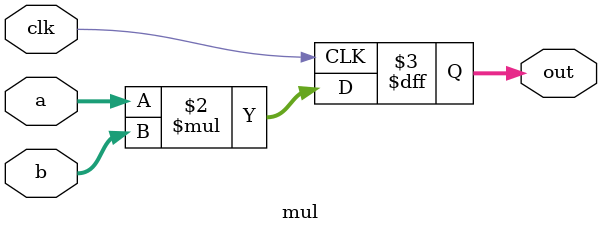
<source format=sv>
module mul(
  input [2:0] a,
  input [2:0] b,
  input clk,
  output reg [5:0] out
);
  always @(posedge clk) begin
  	out <= a*b;
  end
endmodule
</source>
